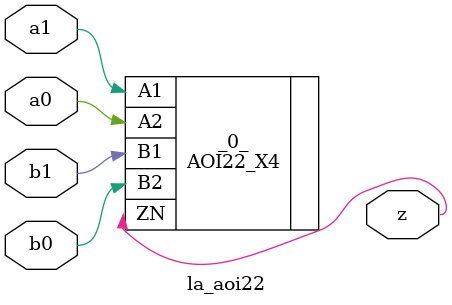
<source format=v>

/* Generated by Yosys 0.44 (git sha1 80ba43d26, g++ 11.4.0-1ubuntu1~22.04 -fPIC -O3) */

(* top =  1  *)
(* src = "generated" *)
(* keep_hierarchy *)
module la_aoi22 (
    a0,
    a1,
    b0,
    b1,
    z
);
  (* src = "generated" *)
  input a0;
  wire a0;
  (* src = "generated" *)
  input a1;
  wire a1;
  (* src = "generated" *)
  input b0;
  wire b0;
  (* src = "generated" *)
  input b1;
  wire b1;
  (* src = "generated" *)
  output z;
  wire z;
  AOI22_X4 _0_ (
      .A1(a1),
      .A2(a0),
      .B1(b1),
      .B2(b0),
      .ZN(z)
  );
endmodule

</source>
